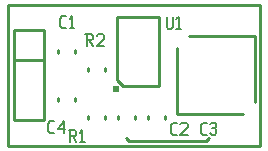
<source format=gbr>
G04 start of page 8 for group -4079 idx -4079 *
G04 Title: (unknown), topsilk *
G04 Creator: pcb 20110918 *
G04 CreationDate: Sun 25 Aug 2013 03:08:56 AM GMT UTC *
G04 For: railfan *
G04 Format: Gerber/RS-274X *
G04 PCB-Dimensions: 85000 48000 *
G04 PCB-Coordinate-Origin: lower left *
%MOIN*%
%FSLAX25Y25*%
%LNTOPSILK*%
%ADD39C,0.0080*%
%ADD38C,0.0100*%
%ADD37C,0.0001*%
G54D37*G36*
X35500Y20500D02*X37500D01*
Y18500D01*
X35500D01*
Y20500D01*
G37*
G54D38*X500Y47500D02*X84500D01*
X500Y500D02*Y47500D01*
X67500Y3000D02*X66500Y2000D01*
X41000D01*
X40000Y3000D01*
X84500Y47500D02*Y500D01*
X500D01*
X32755Y10393D02*Y9607D01*
X27245Y10393D02*Y9607D01*
X37245Y10393D02*Y9607D01*
X42755Y10393D02*Y9607D01*
X22755Y32393D02*Y31607D01*
X17245Y32393D02*Y31607D01*
Y16393D02*Y15607D01*
X22755Y16393D02*Y15607D01*
X32755Y26393D02*Y25607D01*
X27245Y26393D02*Y25607D01*
X61000Y37000D02*X83000D01*
Y15000D01*
X79000Y11000D02*X57000D01*
Y33000D01*
X47245Y10393D02*Y9607D01*
X52755Y10393D02*Y9607D01*
X39000Y20504D02*X37000Y22504D01*
X51000Y43496D02*Y20504D01*
X39000D02*X51000D01*
X37000Y43496D02*Y22504D01*
Y43496D02*X51000D01*
X2500Y39000D02*Y9000D01*
X12500D01*
Y39000D01*
X2500D01*
Y29000D02*X12500D01*
Y39000D01*
G54D39*X20850Y5650D02*X22850D01*
X23350Y5150D01*
Y4150D01*
X22850Y3650D02*X23350Y4150D01*
X21350Y3650D02*X22850D01*
X21350Y5650D02*Y1650D01*
X22150Y3650D02*X23350Y1650D01*
X24550Y4850D02*X25350Y5650D01*
Y1650D01*
X24550D02*X26050D01*
X18636Y39650D02*X19936D01*
X17936Y40350D02*X18636Y39650D01*
X17936Y42950D02*Y40350D01*
Y42950D02*X18636Y43650D01*
X19936D01*
X21136Y42850D02*X21936Y43650D01*
Y39650D01*
X21136D02*X22636D01*
X14550Y4650D02*X15850D01*
X13850Y5350D02*X14550Y4650D01*
X13850Y7950D02*Y5350D01*
Y7950D02*X14550Y8650D01*
X15850D01*
X17050Y6150D02*X19050Y8650D01*
X17050Y6150D02*X19550D01*
X19050Y8650D02*Y4650D01*
X26350Y37650D02*X28350D01*
X28850Y37150D01*
Y36150D01*
X28350Y35650D02*X28850Y36150D01*
X26850Y35650D02*X28350D01*
X26850Y37650D02*Y33650D01*
X27650Y35650D02*X28850Y33650D01*
X30050Y37150D02*X30550Y37650D01*
X32050D01*
X32550Y37150D01*
Y36150D01*
X30050Y33650D02*X32550Y36150D01*
X30050Y33650D02*X32550D01*
X65507Y4150D02*X66807D01*
X64807Y4850D02*X65507Y4150D01*
X64807Y7450D02*Y4850D01*
Y7450D02*X65507Y8150D01*
X66807D01*
X68007Y7650D02*X68507Y8150D01*
X69507D01*
X70007Y7650D01*
X69507Y4150D02*X70007Y4650D01*
X68507Y4150D02*X69507D01*
X68007Y4650D02*X68507Y4150D01*
Y6350D02*X69507D01*
X70007Y7650D02*Y6850D01*
Y5850D02*Y4650D01*
Y5850D02*X69507Y6350D01*
X70007Y6850D02*X69507Y6350D01*
X55507Y4150D02*X56807D01*
X54807Y4850D02*X55507Y4150D01*
X54807Y7450D02*Y4850D01*
Y7450D02*X55507Y8150D01*
X56807D01*
X58007Y7650D02*X58507Y8150D01*
X60007D01*
X60507Y7650D01*
Y6650D01*
X58007Y4150D02*X60507Y6650D01*
X58007Y4150D02*X60507D01*
X53500Y43500D02*Y40000D01*
X54000Y39500D01*
X55000D01*
X55500Y40000D01*
Y43500D02*Y40000D01*
X56700Y42700D02*X57500Y43500D01*
Y39500D01*
X56700D02*X58200D01*
M02*

</source>
